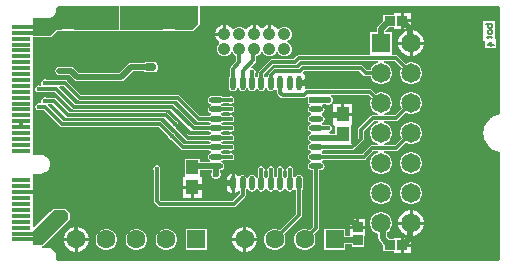
<source format=gbl>
G04*
G04 #@! TF.GenerationSoftware,Altium Limited,Altium Designer,22.11.1 (43)*
G04*
G04 Layer_Physical_Order=4*
G04 Layer_Color=16711680*
%FSLAX44Y44*%
%MOMM*%
G71*
G04*
G04 #@! TF.SameCoordinates,238175EB-3BB2-4886-BFDA-CBBE0BB03E55*
G04*
G04*
G04 #@! TF.FilePolarity,Positive*
G04*
G01*
G75*
%ADD14C,0.1500*%
%ADD15R,1.5000X0.3500*%
%ADD22R,1.1000X1.2500*%
%ADD23R,0.8121X0.9311*%
%ADD32C,0.3000*%
%ADD34C,0.5000*%
%ADD35C,1.0500*%
%ADD36C,1.6000*%
%ADD37R,1.6000X1.6000*%
%ADD38C,1.6500*%
%ADD39R,1.6500X1.6500*%
%ADD40C,0.6000*%
%ADD41C,0.4000*%
G04:AMPARAMS|DCode=49|XSize=0.6mm|YSize=1.05mm|CornerRadius=0.15mm|HoleSize=0mm|Usage=FLASHONLY|Rotation=270.000|XOffset=0mm|YOffset=0mm|HoleType=Round|Shape=RoundedRectangle|*
%AMROUNDEDRECTD49*
21,1,0.6000,0.7500,0,0,270.0*
21,1,0.3000,1.0500,0,0,270.0*
1,1,0.3000,-0.3750,-0.1500*
1,1,0.3000,-0.3750,0.1500*
1,1,0.3000,0.3750,0.1500*
1,1,0.3000,0.3750,-0.1500*
%
%ADD49ROUNDEDRECTD49*%
G04:AMPARAMS|DCode=50|XSize=1.87mm|YSize=1.05mm|CornerRadius=0.2625mm|HoleSize=0mm|Usage=FLASHONLY|Rotation=270.000|XOffset=0mm|YOffset=0mm|HoleType=Round|Shape=RoundedRectangle|*
%AMROUNDEDRECTD50*
21,1,1.8700,0.5250,0,0,270.0*
21,1,1.3450,1.0500,0,0,270.0*
1,1,0.5250,-0.2625,-0.6725*
1,1,0.5250,-0.2625,0.6725*
1,1,0.5250,0.2625,0.6725*
1,1,0.5250,0.2625,-0.6725*
%
%ADD50ROUNDEDRECTD50*%
%ADD51O,0.5000X1.2000*%
%ADD52O,1.2000X0.5000*%
%ADD53R,1.2000X0.5000*%
%ADD54R,0.9311X0.8121*%
G36*
X95000Y237500D02*
X57561D01*
Y237750D01*
X47439D01*
Y237500D01*
X42500D01*
X37500Y232500D01*
X22540D01*
Y247211D01*
X35000D01*
X35099Y247230D01*
X35200Y247221D01*
X36175Y247317D01*
X36462Y247404D01*
X36756Y247462D01*
X38558Y248209D01*
X38558Y248209D01*
X38955Y248474D01*
X39220Y248651D01*
X39220Y248651D01*
X40599Y250030D01*
X40599Y250030D01*
X41041Y250692D01*
X41788Y252494D01*
X41846Y252788D01*
X41933Y253075D01*
X42029Y254050D01*
X42019Y254150D01*
X42039Y254250D01*
Y256337D01*
X43402Y257836D01*
X95000D01*
X95000Y237500D01*
D02*
G37*
G36*
X162500Y242500D02*
X157500Y237500D01*
X142561D01*
Y237750D01*
X132439D01*
Y237500D01*
X96082D01*
X96082Y257836D01*
X162500D01*
Y242500D01*
D02*
G37*
G36*
X417961Y256531D02*
Y165879D01*
X415538Y165397D01*
X415353Y165320D01*
X415156Y165281D01*
X412620Y164231D01*
X412453Y164119D01*
X412267Y164042D01*
X409986Y162518D01*
X409844Y162376D01*
X409677Y162264D01*
X407736Y160323D01*
X407624Y160156D01*
X407482Y160014D01*
X405958Y157732D01*
X405881Y157547D01*
X405769Y157380D01*
X404719Y154844D01*
X404680Y154647D01*
X404603Y154462D01*
X404067Y151770D01*
Y151619D01*
X404031Y151472D01*
X403963Y150100D01*
X403978Y150000D01*
X403963Y149900D01*
X404031Y148528D01*
X404067Y148381D01*
Y148230D01*
X404603Y145538D01*
X404680Y145353D01*
X404719Y145156D01*
X405769Y142620D01*
X405881Y142453D01*
X405957Y142268D01*
X407482Y139986D01*
X407624Y139844D01*
X407736Y139677D01*
X409676Y137736D01*
X409843Y137624D01*
X409985Y137482D01*
X412267Y135957D01*
X412453Y135881D01*
X412620Y135769D01*
X415155Y134719D01*
X415352Y134680D01*
X415538Y134603D01*
X417961Y134121D01*
Y43345D01*
X416655Y42039D01*
X43345D01*
X42039Y43345D01*
Y45750D01*
X42019Y45849D01*
X42029Y45950D01*
X41933Y46925D01*
X41846Y47212D01*
X41788Y47506D01*
X41041Y49308D01*
X40599Y49970D01*
X39220Y51349D01*
X38558Y51791D01*
X36756Y52538D01*
X36462Y52596D01*
X36175Y52683D01*
X35200Y52779D01*
X35099Y52769D01*
X35000Y52789D01*
X30594D01*
X30342Y54059D01*
X30765Y54235D01*
Y54235D01*
X53265Y76735D01*
X53582Y77500D01*
Y82500D01*
X53582Y82500D01*
X53265Y83265D01*
X50765Y85765D01*
X50765Y85765D01*
X50000Y86082D01*
X40000Y86082D01*
X40000Y86082D01*
X39235Y85765D01*
X36735Y83265D01*
X36735Y83265D01*
X23713Y70244D01*
X22540Y70730D01*
Y95710D01*
Y104290D01*
Y115711D01*
X29000D01*
X29099Y115731D01*
X29200Y115721D01*
X30370Y115836D01*
X30657Y115923D01*
X30951Y115981D01*
X33114Y116877D01*
X33775Y117319D01*
X35431Y118975D01*
X35873Y119636D01*
X36769Y121799D01*
X36827Y122093D01*
X36914Y122380D01*
X37029Y123550D01*
X37010Y123750D01*
X37029Y123950D01*
X36914Y125120D01*
X36827Y125407D01*
X36769Y125701D01*
X35873Y127864D01*
X35431Y128525D01*
X33775Y130181D01*
X33775Y130181D01*
X33114Y130623D01*
X30951Y131519D01*
X30657Y131577D01*
X30370Y131664D01*
X29200Y131779D01*
X29099Y131770D01*
X29000Y131789D01*
X22540D01*
Y200000D01*
Y231418D01*
X37500D01*
X37500Y231418D01*
X38265Y231735D01*
X42948Y236418D01*
X45899D01*
Y235899D01*
X46418Y236418D01*
X47439D01*
X48043Y236668D01*
X56957D01*
X57561Y236418D01*
X95000D01*
X95541Y236642D01*
X96082Y236418D01*
X132439D01*
X133043Y236668D01*
X141957D01*
X142561Y236418D01*
X157500D01*
X157500Y236418D01*
X158265Y236735D01*
X163265Y241735D01*
X163582Y242500D01*
Y257836D01*
X416655D01*
X417961Y256531D01*
D02*
G37*
G36*
X50000Y85000D02*
X52500Y82500D01*
Y77500D01*
X30000Y55000D01*
X22540D01*
Y55710D01*
Y60710D01*
Y67540D01*
X37500Y82500D01*
X40000Y85000D01*
X50000Y85000D01*
D02*
G37*
%LPC*%
G36*
X342601Y251601D02*
X336675D01*
Y246270D01*
X342601D01*
Y251601D01*
D02*
G37*
G36*
Y243730D02*
X336675D01*
Y238399D01*
X342601D01*
Y243730D01*
D02*
G37*
G36*
X183330Y241574D02*
X181593Y241109D01*
X179817Y240084D01*
X178367Y238633D01*
X177341Y236857D01*
X176875Y235120D01*
X183330D01*
Y241574D01*
D02*
G37*
G36*
X344120Y236990D02*
X343970D01*
Y227470D01*
X353490D01*
Y227621D01*
X352755Y230365D01*
X351334Y232825D01*
X349325Y234834D01*
X346865Y236255D01*
X344120Y236990D01*
D02*
G37*
G36*
X341430D02*
X341279D01*
X338535Y236255D01*
X336075Y234834D01*
X334066Y232825D01*
X332645Y230365D01*
X331910Y227621D01*
Y227470D01*
X341430D01*
Y236990D01*
D02*
G37*
G36*
X414000Y245000D02*
X404002D01*
Y228337D01*
X405002D01*
Y221668D01*
X415000D01*
Y230000D01*
X414000D01*
Y245000D01*
D02*
G37*
G36*
X353490Y224930D02*
X343970D01*
Y215410D01*
X344120D01*
X346865Y216145D01*
X349325Y217566D01*
X351334Y219575D01*
X352755Y222035D01*
X353490Y224779D01*
Y224930D01*
D02*
G37*
G36*
X341430D02*
X331910D01*
Y224779D01*
X332645Y222035D01*
X334066Y219575D01*
X336075Y217566D01*
X338535Y216145D01*
X341279Y215410D01*
X341430D01*
Y224930D01*
D02*
G37*
G36*
X334135Y251601D02*
X328210D01*
Y250061D01*
X318939D01*
Y244986D01*
X314777Y240823D01*
X314003Y239666D01*
X313731Y238300D01*
Y235450D01*
X308050D01*
Y217319D01*
X308050Y216950D01*
X307159Y216049D01*
X247531D01*
X246556Y215855D01*
X245729Y215302D01*
X242976Y212549D01*
X225000D01*
X224025Y212355D01*
X223198Y211802D01*
X214198Y202802D01*
X213645Y201975D01*
X213451Y201000D01*
Y198485D01*
X212703Y197366D01*
X212647Y197086D01*
X211353D01*
X211297Y197366D01*
X210549Y198485D01*
Y200314D01*
X211000Y201403D01*
Y202597D01*
X210543Y203699D01*
X209699Y204543D01*
X208597Y205000D01*
X207901D01*
X207355Y206250D01*
X211044Y209939D01*
X211596Y210766D01*
X211790Y211741D01*
Y215127D01*
X213540Y215851D01*
X215299Y217610D01*
X215663Y218489D01*
X217037D01*
X217402Y217610D01*
X219160Y215851D01*
X221457Y214900D01*
X223943D01*
X226240Y215851D01*
X227999Y217610D01*
X228363Y218489D01*
X229737D01*
X230102Y217610D01*
X231860Y215851D01*
X234157Y214900D01*
X236643D01*
X238940Y215851D01*
X240699Y217610D01*
X241650Y219907D01*
Y222393D01*
X240699Y224690D01*
X238940Y226448D01*
X238061Y226813D01*
Y228187D01*
X238940Y228552D01*
X240699Y230310D01*
X241650Y232607D01*
Y235093D01*
X240699Y237390D01*
X238940Y239149D01*
X236643Y240100D01*
X234157D01*
X231860Y239149D01*
X230746Y238034D01*
X229174Y238217D01*
X228934Y238633D01*
X227483Y240084D01*
X225707Y241109D01*
X223970Y241574D01*
Y233850D01*
X221430D01*
Y241574D01*
X219693Y241109D01*
X217917Y240084D01*
X217202Y239369D01*
X216350Y238722D01*
X215498Y239369D01*
X214783Y240084D01*
X213007Y241109D01*
X211270Y241574D01*
Y233850D01*
X208730D01*
Y241574D01*
X206993Y241109D01*
X205217Y240084D01*
X203766Y238633D01*
X203526Y238217D01*
X201954Y238034D01*
X200840Y239149D01*
X198543Y240100D01*
X196057D01*
X193760Y239149D01*
X192646Y238034D01*
X191074Y238217D01*
X190834Y238633D01*
X189383Y240084D01*
X187607Y241109D01*
X185870Y241574D01*
Y233850D01*
X184600D01*
Y232580D01*
X176875D01*
X177341Y230843D01*
X178367Y229067D01*
X179817Y227617D01*
X180233Y227376D01*
X180415Y225804D01*
X179301Y224690D01*
X178350Y222393D01*
Y219907D01*
X179301Y217610D01*
X181060Y215851D01*
X183357Y214900D01*
X185843D01*
X188140Y215851D01*
X189898Y217610D01*
X190263Y218489D01*
X191637D01*
X192001Y217610D01*
X193760Y215851D01*
X194751Y215441D01*
Y210856D01*
X190198Y206302D01*
X189645Y205475D01*
X189451Y204500D01*
Y198485D01*
X188703Y197366D01*
X188431Y196000D01*
Y189000D01*
X188703Y187634D01*
X189477Y186477D01*
X190634Y185703D01*
X192000Y185431D01*
X193366Y185703D01*
X194523Y186477D01*
X195297Y187634D01*
X195352Y187914D01*
X196647D01*
X196703Y187634D01*
X197477Y186477D01*
X198634Y185703D01*
X200000Y185431D01*
X201366Y185703D01*
X202523Y186477D01*
X203297Y187634D01*
X203353Y187914D01*
X204647D01*
X204703Y187634D01*
X205477Y186477D01*
X206634Y185703D01*
X208000Y185431D01*
X209366Y185703D01*
X210523Y186477D01*
X211297Y187634D01*
X211353Y187914D01*
X212647D01*
X212703Y187634D01*
X213477Y186477D01*
X214634Y185703D01*
X216000Y185431D01*
X217366Y185703D01*
X218523Y186477D01*
X219297Y187634D01*
X219352Y187914D01*
X220647D01*
X220703Y187634D01*
X221477Y186477D01*
X222634Y185703D01*
X224000Y185431D01*
X225366Y185703D01*
X226523Y186477D01*
X227297Y187634D01*
X227353Y187914D01*
X228647D01*
X228703Y187634D01*
X229477Y186477D01*
X229590Y186401D01*
Y184257D01*
X229784Y183282D01*
X230337Y182455D01*
X232094Y180698D01*
X232921Y180145D01*
X233897Y179951D01*
X251800D01*
X252775Y180145D01*
X253603Y180698D01*
X254230Y181325D01*
X255500Y180799D01*
Y174500D01*
X256748D01*
X256885Y174297D01*
X256550Y172572D01*
X256477Y172523D01*
X255703Y171366D01*
X255431Y170000D01*
X255703Y168634D01*
X256477Y167477D01*
X257634Y166703D01*
X257914Y166647D01*
Y165353D01*
X257634Y165297D01*
X256477Y164523D01*
X255703Y163366D01*
X255431Y162000D01*
X255703Y160634D01*
X256477Y159477D01*
X257634Y158703D01*
X257914Y158647D01*
Y157353D01*
X257634Y157297D01*
X256477Y156523D01*
X255703Y155366D01*
X255431Y154000D01*
X255703Y152634D01*
X256477Y151477D01*
X257634Y150703D01*
X257914Y150647D01*
Y149353D01*
X257634Y149297D01*
X256477Y148523D01*
X255703Y147366D01*
X255431Y146000D01*
X255703Y144634D01*
X256477Y143477D01*
X257634Y142703D01*
X257914Y142647D01*
Y141353D01*
X257634Y141297D01*
X256477Y140523D01*
X255703Y139366D01*
X255431Y138000D01*
X255703Y136634D01*
X256477Y135477D01*
X257634Y134703D01*
X257914Y134647D01*
Y133353D01*
X257634Y133297D01*
X256477Y132523D01*
X255703Y131366D01*
X255431Y130000D01*
X255703Y128634D01*
X256477Y127477D01*
X257634Y126703D01*
X257914Y126647D01*
Y125353D01*
X257634Y125297D01*
X256477Y124523D01*
X255703Y123366D01*
X255431Y122000D01*
X255703Y120634D01*
X256477Y119477D01*
X257634Y118703D01*
X259000Y118431D01*
X259951D01*
Y70856D01*
X257003Y67908D01*
X256174Y68387D01*
X253885Y69000D01*
X251515D01*
X249226Y68387D01*
X247174Y67202D01*
X245498Y65526D01*
X244313Y63474D01*
X243700Y61185D01*
Y58815D01*
X244313Y56526D01*
X245498Y54474D01*
X247174Y52798D01*
X249226Y51613D01*
X251515Y51000D01*
X253885D01*
X256174Y51613D01*
X258226Y52798D01*
X259902Y54474D01*
X261087Y56526D01*
X261700Y58815D01*
Y61185D01*
X261087Y63474D01*
X260608Y64303D01*
X264302Y67998D01*
X264855Y68825D01*
X265049Y69800D01*
Y118431D01*
X266000D01*
X267366Y118703D01*
X268523Y119477D01*
X269297Y120634D01*
X269569Y122000D01*
X269297Y123366D01*
X268523Y124523D01*
X267366Y125297D01*
X267086Y125353D01*
Y126647D01*
X267366Y126703D01*
X268485Y127451D01*
X302500D01*
X303475Y127645D01*
X304302Y128198D01*
X310856Y134751D01*
X314538D01*
X314705Y133481D01*
X313730Y133220D01*
X311620Y132002D01*
X309898Y130280D01*
X308680Y128170D01*
X308050Y125818D01*
Y123382D01*
X308680Y121030D01*
X309898Y118920D01*
X311620Y117198D01*
X313730Y115980D01*
X316082Y115350D01*
X318518D01*
X320870Y115980D01*
X322980Y117198D01*
X324702Y118920D01*
X325920Y121030D01*
X326550Y123382D01*
Y125818D01*
X325920Y128170D01*
X324702Y130280D01*
X322980Y132002D01*
X320870Y133220D01*
X319895Y133481D01*
X320062Y134751D01*
X330000D01*
X330975Y134945D01*
X331802Y135498D01*
X338214Y141909D01*
X339130Y141380D01*
X341482Y140750D01*
X343918D01*
X346270Y141380D01*
X348380Y142598D01*
X350102Y144320D01*
X351320Y146430D01*
X351950Y148782D01*
Y151218D01*
X351320Y153570D01*
X350102Y155680D01*
X348380Y157402D01*
X346270Y158620D01*
X343918Y159250D01*
X341482D01*
X339130Y158620D01*
X337020Y157402D01*
X335298Y155680D01*
X334080Y153570D01*
X333450Y151218D01*
Y148782D01*
X334080Y146430D01*
X334609Y145514D01*
X328944Y139849D01*
X320062D01*
X319895Y141119D01*
X320870Y141380D01*
X322980Y142598D01*
X324702Y144320D01*
X325920Y146430D01*
X326550Y148782D01*
Y151218D01*
X325920Y153570D01*
X324702Y155680D01*
X322980Y157402D01*
X320870Y158620D01*
X319895Y158881D01*
X320062Y160151D01*
X330000D01*
X330975Y160345D01*
X331802Y160898D01*
X338214Y167309D01*
X339130Y166780D01*
X341482Y166150D01*
X343918D01*
X346270Y166780D01*
X348380Y167998D01*
X350102Y169720D01*
X351320Y171830D01*
X351950Y174182D01*
Y176618D01*
X351320Y178970D01*
X350102Y181080D01*
X348380Y182802D01*
X346270Y184020D01*
X343918Y184650D01*
X341482D01*
X339130Y184020D01*
X337020Y182802D01*
X335298Y181080D01*
X334080Y178970D01*
X333450Y176618D01*
Y174182D01*
X334080Y171830D01*
X334609Y170914D01*
X328944Y165249D01*
X320062D01*
X319895Y166519D01*
X320870Y166780D01*
X322980Y167998D01*
X324702Y169720D01*
X325920Y171830D01*
X326550Y174182D01*
Y176618D01*
X325920Y178970D01*
X324702Y181080D01*
X322980Y182802D01*
X320870Y184020D01*
X318518Y184650D01*
X316082D01*
X313730Y184020D01*
X312814Y183491D01*
X309502Y186802D01*
X308675Y187355D01*
X307700Y187549D01*
X254300D01*
X254139Y187517D01*
X253057Y188587D01*
X253139Y189000D01*
Y191230D01*
X248000D01*
Y193770D01*
X253139D01*
Y196000D01*
X252748Y197966D01*
X251634Y199634D01*
X251181Y199936D01*
X251020Y201571D01*
X251900Y202451D01*
X298944D01*
X302398Y198998D01*
X303225Y198445D01*
X304200Y198251D01*
X308407D01*
X308680Y197230D01*
X309898Y195120D01*
X311620Y193398D01*
X313730Y192180D01*
X316082Y191550D01*
X318518D01*
X320870Y192180D01*
X322980Y193398D01*
X324702Y195120D01*
X325920Y197230D01*
X326550Y199582D01*
Y202018D01*
X325920Y204370D01*
X324702Y206480D01*
X322980Y208202D01*
X320870Y209420D01*
X319895Y209681D01*
X320062Y210951D01*
X328944D01*
X334609Y205286D01*
X334080Y204370D01*
X333450Y202018D01*
Y199582D01*
X334080Y197230D01*
X335298Y195120D01*
X337020Y193398D01*
X339130Y192180D01*
X341482Y191550D01*
X343918D01*
X346270Y192180D01*
X348380Y193398D01*
X350102Y195120D01*
X351320Y197230D01*
X351950Y199582D01*
Y202018D01*
X351320Y204370D01*
X350102Y206480D01*
X348380Y208202D01*
X346270Y209420D01*
X343918Y210050D01*
X341482D01*
X339130Y209420D01*
X338214Y208891D01*
X331802Y215302D01*
X330975Y215855D01*
X330000Y216049D01*
X327441D01*
X326550Y216950D01*
X326550Y217319D01*
Y235450D01*
X320869D01*
Y236822D01*
X323986Y239939D01*
X328210D01*
Y238399D01*
X334135D01*
Y245000D01*
Y251601D01*
D02*
G37*
G36*
X125500Y209999D02*
X118000D01*
X117025Y209805D01*
X116596Y209519D01*
X105950D01*
X104584Y209247D01*
X103427Y208473D01*
X96022Y201069D01*
X61478D01*
X59332Y203215D01*
X57523Y205023D01*
X56366Y205797D01*
X55000Y206069D01*
X45000D01*
X43634Y205797D01*
X42477Y205023D01*
X41703Y203866D01*
X41431Y202500D01*
X41676Y201270D01*
D01*
X41703Y201134D01*
X42477Y199977D01*
X43634Y199203D01*
X45000Y198931D01*
X53522D01*
X57477Y194977D01*
X58634Y194203D01*
X60000Y193931D01*
X97500D01*
X98866Y194203D01*
X100023Y194977D01*
X107428Y202381D01*
X116596D01*
X117025Y202095D01*
X118000Y201901D01*
X125500D01*
X126475Y202095D01*
X127302Y202648D01*
X127855Y203475D01*
X128049Y204450D01*
Y207450D01*
X127855Y208425D01*
X127302Y209252D01*
X126475Y209805D01*
X125500Y209999D01*
D02*
G37*
G36*
X33097Y195500D02*
X31903D01*
X30801Y195043D01*
X29957Y194199D01*
X29500Y193097D01*
Y191903D01*
X29742Y191319D01*
X29435Y190617D01*
X28953Y190145D01*
X28097Y190500D01*
X26903D01*
X25801Y190043D01*
X24957Y189199D01*
X24500Y188097D01*
Y186903D01*
X24957Y185801D01*
X25801Y184957D01*
X26903Y184500D01*
X28097D01*
X29186Y184951D01*
X41444D01*
X55698Y170698D01*
X56525Y170145D01*
X57500Y169951D01*
X138944D01*
X156698Y152198D01*
X157525Y151645D01*
X158500Y151451D01*
X171515D01*
X172634Y150703D01*
X172914Y150647D01*
Y149353D01*
X172634Y149297D01*
X171515Y148549D01*
X155056D01*
X145494Y158110D01*
X145043Y159199D01*
X144199Y160043D01*
X143111Y160494D01*
X136802Y166802D01*
X135976Y167355D01*
X135000Y167549D01*
X53556D01*
X41802Y179302D01*
X40975Y179855D01*
X40000Y180049D01*
X34186D01*
X33097Y180500D01*
X31903D01*
X30801Y180043D01*
X29957Y179199D01*
X29500Y178097D01*
Y176903D01*
X29764Y176266D01*
X29679Y176061D01*
X28333Y175371D01*
X28149Y175447D01*
X26956D01*
X25853Y174991D01*
X25009Y174147D01*
X24553Y173044D01*
Y171851D01*
X25009Y170748D01*
X25853Y169904D01*
X26956Y169447D01*
X28149D01*
X29238Y169898D01*
X31497D01*
X45698Y155698D01*
X46525Y155145D01*
X47500Y154951D01*
X128944D01*
X137006Y146890D01*
X137457Y145801D01*
X138301Y144957D01*
X139389Y144506D01*
X147698Y136198D01*
X148525Y135645D01*
X149500Y135451D01*
X171515D01*
X172634Y134703D01*
X172914Y134647D01*
Y133353D01*
X172634Y133297D01*
X171477Y132523D01*
X170703Y131366D01*
X170431Y130000D01*
X170703Y128634D01*
X171477Y127477D01*
X172432Y126839D01*
X172355Y125938D01*
X172220Y125569D01*
X164000D01*
Y128250D01*
X151000D01*
Y114060D01*
X151000Y113750D01*
X150252Y112790D01*
X149460D01*
Y105270D01*
X165540D01*
Y112790D01*
X164748D01*
X164000Y113750D01*
X164000Y114060D01*
Y118431D01*
X173931D01*
Y116837D01*
X173500Y115796D01*
Y114204D01*
X174109Y112734D01*
X175234Y111609D01*
X176704Y111000D01*
X178296D01*
X179766Y111609D01*
X180891Y112734D01*
X181500Y114204D01*
Y115796D01*
X181068Y116837D01*
Y118445D01*
X182366Y118703D01*
X183523Y119477D01*
X184297Y120634D01*
X184569Y122000D01*
X184297Y123366D01*
X183523Y124523D01*
X182366Y125297D01*
X182086Y125353D01*
Y126647D01*
X182366Y126703D01*
X183485Y127451D01*
X188314D01*
X189403Y127000D01*
X190597D01*
X191699Y127457D01*
X192543Y128301D01*
X193000Y129403D01*
Y130597D01*
X192543Y131699D01*
X191699Y132543D01*
X190597Y133000D01*
X189403D01*
X188314Y132549D01*
X183485D01*
X182366Y133297D01*
X182086Y133353D01*
Y134647D01*
X182366Y134703D01*
X183485Y135451D01*
X188314D01*
X189403Y135000D01*
X190597D01*
X191699Y135457D01*
X192543Y136301D01*
X193000Y137403D01*
Y138597D01*
X192543Y139699D01*
X191699Y140543D01*
X190597Y141000D01*
X189403D01*
X188314Y140549D01*
X183485D01*
X182366Y141297D01*
X182086Y141353D01*
Y142647D01*
X182366Y142703D01*
X183485Y143451D01*
X188314D01*
X189403Y143000D01*
X190597D01*
X191699Y143457D01*
X192543Y144301D01*
X193000Y145403D01*
Y146597D01*
X192543Y147699D01*
X191699Y148543D01*
X190597Y149000D01*
X189403D01*
X188314Y148549D01*
X183485D01*
X182366Y149297D01*
X182086Y149353D01*
Y150647D01*
X182366Y150703D01*
X183485Y151451D01*
X188314D01*
X189403Y151000D01*
X190597D01*
X191699Y151457D01*
X192543Y152301D01*
X193000Y153403D01*
Y154597D01*
X192543Y155699D01*
X191699Y156543D01*
X190597Y157000D01*
X189403D01*
X188314Y156549D01*
X183485D01*
X182366Y157297D01*
X182086Y157353D01*
Y158647D01*
X182366Y158703D01*
X183485Y159451D01*
X188314D01*
X189403Y159000D01*
X190597D01*
X191699Y159457D01*
X192543Y160301D01*
X193000Y161403D01*
Y162597D01*
X192543Y163699D01*
X191699Y164543D01*
X190597Y165000D01*
X189403D01*
X188314Y164549D01*
X183485D01*
X182366Y165297D01*
X182086Y165353D01*
Y166647D01*
X182366Y166703D01*
X183485Y167451D01*
X188314D01*
X189403Y167000D01*
X190597D01*
X191699Y167457D01*
X192543Y168301D01*
X193000Y169403D01*
Y170597D01*
X192543Y171699D01*
X191699Y172543D01*
X190597Y173000D01*
X189403D01*
X188314Y172549D01*
X183485D01*
X182366Y173297D01*
X182086Y173353D01*
Y174647D01*
X182366Y174703D01*
X183485Y175451D01*
X188314D01*
X189403Y175000D01*
X190597D01*
X191699Y175457D01*
X192543Y176301D01*
X193000Y177403D01*
Y178597D01*
X192543Y179699D01*
X191699Y180543D01*
X190597Y181000D01*
X189403D01*
X188314Y180549D01*
X183485D01*
X182366Y181297D01*
X181000Y181569D01*
X174000D01*
X172634Y181297D01*
X171477Y180523D01*
X170703Y179366D01*
X170431Y178000D01*
X170703Y176634D01*
X171477Y175477D01*
X172634Y174703D01*
X172914Y174647D01*
Y173353D01*
X172634Y173297D01*
X171477Y172523D01*
X170703Y171366D01*
X170431Y170000D01*
X170703Y168634D01*
X171477Y167477D01*
X172634Y166703D01*
X172914Y166647D01*
Y165353D01*
X172634Y165297D01*
X171515Y164549D01*
X164056D01*
X146802Y181802D01*
X145976Y182355D01*
X145000Y182549D01*
X63556D01*
X51802Y194302D01*
X50975Y194855D01*
X50000Y195049D01*
X34186D01*
X33097Y195500D01*
D02*
G37*
G36*
X343918Y133850D02*
X341482D01*
X339130Y133220D01*
X337020Y132002D01*
X335298Y130280D01*
X334080Y128170D01*
X333450Y125818D01*
Y123382D01*
X334080Y121030D01*
X335298Y118920D01*
X337020Y117198D01*
X339130Y115980D01*
X341482Y115350D01*
X343918D01*
X346270Y115980D01*
X348380Y117198D01*
X350102Y118920D01*
X351320Y121030D01*
X351950Y123382D01*
Y125818D01*
X351320Y128170D01*
X350102Y130280D01*
X348380Y132002D01*
X346270Y133220D01*
X343918Y133850D01*
D02*
G37*
G36*
X190730Y115886D02*
X190033Y115747D01*
X188366Y114634D01*
X187252Y112966D01*
X186861Y111000D01*
Y108770D01*
X190730D01*
Y115886D01*
D02*
G37*
G36*
Y106230D02*
X186861D01*
Y104000D01*
X187252Y102034D01*
X188366Y100366D01*
X190033Y99252D01*
X190730Y99114D01*
Y106230D01*
D02*
G37*
G36*
X165540Y102730D02*
X158770D01*
Y95210D01*
X165540D01*
Y102730D01*
D02*
G37*
G36*
X156230D02*
X149460D01*
Y95210D01*
X156230D01*
Y102730D01*
D02*
G37*
G36*
X343918Y108450D02*
X341482D01*
X339130Y107820D01*
X337020Y106602D01*
X335298Y104880D01*
X334080Y102770D01*
X333450Y100418D01*
Y97982D01*
X334080Y95630D01*
X335298Y93520D01*
X337020Y91798D01*
X339130Y90580D01*
X341482Y89950D01*
X343918D01*
X346270Y90580D01*
X348380Y91798D01*
X350102Y93520D01*
X351320Y95630D01*
X351950Y97982D01*
Y100418D01*
X351320Y102770D01*
X350102Y104880D01*
X348380Y106602D01*
X346270Y107820D01*
X343918Y108450D01*
D02*
G37*
G36*
X318518D02*
X316082D01*
X313730Y107820D01*
X311620Y106602D01*
X309898Y104880D01*
X308680Y102770D01*
X308050Y100418D01*
Y97982D01*
X308680Y95630D01*
X309898Y93520D01*
X311620Y91798D01*
X313730Y90580D01*
X316082Y89950D01*
X318518D01*
X320870Y90580D01*
X322980Y91798D01*
X324702Y93520D01*
X325920Y95630D01*
X326550Y97982D01*
Y100418D01*
X325920Y102770D01*
X324702Y104880D01*
X322980Y106602D01*
X320870Y107820D01*
X318518Y108450D01*
D02*
G37*
G36*
X344120Y84590D02*
X343970D01*
Y75070D01*
X353490D01*
Y75220D01*
X352755Y77965D01*
X351334Y80425D01*
X349325Y82434D01*
X346865Y83855D01*
X344120Y84590D01*
D02*
G37*
G36*
X341430D02*
X341279D01*
X338535Y83855D01*
X336075Y82434D01*
X334066Y80425D01*
X332645Y77965D01*
X331910Y75220D01*
Y75070D01*
X341430D01*
Y84590D01*
D02*
G37*
G36*
X304101Y77601D02*
X298770D01*
Y71675D01*
X304101D01*
Y77601D01*
D02*
G37*
G36*
X296230D02*
X290899D01*
Y71675D01*
X296230D01*
Y77601D01*
D02*
G37*
G36*
X128097Y123000D02*
X126903D01*
X125801Y122543D01*
X124957Y121699D01*
X124500Y120597D01*
Y119403D01*
X124951Y118314D01*
Y92500D01*
X125145Y91524D01*
X125698Y90698D01*
X128198Y88198D01*
X129024Y87645D01*
X130000Y87451D01*
X192500D01*
X193475Y87645D01*
X194302Y88198D01*
X201802Y95698D01*
X202355Y96524D01*
X202549Y97500D01*
Y101515D01*
X203297Y102634D01*
X203353Y102914D01*
X204647D01*
X204703Y102634D01*
X205477Y101477D01*
X206634Y100703D01*
X208000Y100431D01*
X209366Y100703D01*
X210523Y101477D01*
X211297Y102634D01*
X211353Y102914D01*
X212647D01*
X212703Y102634D01*
X213477Y101477D01*
X214634Y100703D01*
X216000Y100431D01*
X217366Y100703D01*
X218523Y101477D01*
X219297Y102634D01*
X219352Y102914D01*
X220647D01*
X220703Y102634D01*
X221477Y101477D01*
X222634Y100703D01*
X224000Y100431D01*
X225366Y100703D01*
X226523Y101477D01*
X227297Y102634D01*
X227353Y102914D01*
X228647D01*
X228703Y102634D01*
X229477Y101477D01*
X230634Y100703D01*
X232000Y100431D01*
X233366Y100703D01*
X234523Y101477D01*
X235297Y102634D01*
X235352Y102914D01*
X236647D01*
X236703Y102634D01*
X237477Y101477D01*
X238634Y100703D01*
X240000Y100431D01*
X241366Y100703D01*
X242523Y101477D01*
X243297Y102634D01*
X243353Y102914D01*
X244647D01*
X244703Y102634D01*
X245451Y101515D01*
Y81756D01*
X231603Y67908D01*
X230774Y68387D01*
X228485Y69000D01*
X226115D01*
X223826Y68387D01*
X221774Y67202D01*
X220098Y65526D01*
X218913Y63474D01*
X218300Y61185D01*
Y58815D01*
X218913Y56526D01*
X220098Y54474D01*
X221774Y52798D01*
X223826Y51613D01*
X226115Y51000D01*
X228485D01*
X230774Y51613D01*
X232826Y52798D01*
X234502Y54474D01*
X235687Y56526D01*
X236300Y58815D01*
Y61185D01*
X235687Y63474D01*
X235208Y64303D01*
X249802Y78898D01*
X250355Y79725D01*
X250549Y80700D01*
Y101515D01*
X251297Y102634D01*
X251569Y104000D01*
Y111000D01*
X251297Y112366D01*
X250523Y113523D01*
X249366Y114297D01*
X248000Y114569D01*
X246634Y114297D01*
X245477Y113523D01*
X244703Y112366D01*
X244647Y112086D01*
X243353D01*
X243297Y112366D01*
X242549Y113485D01*
Y117314D01*
X243000Y118403D01*
Y119597D01*
X242543Y120699D01*
X241699Y121543D01*
X240597Y122000D01*
X239403D01*
X238301Y121543D01*
X237457Y120699D01*
X237000Y119597D01*
Y118403D01*
X237451Y117314D01*
Y113485D01*
X236703Y112366D01*
X236647Y112086D01*
X235352D01*
X235297Y112366D01*
X234549Y113485D01*
Y117314D01*
X235000Y118403D01*
Y119597D01*
X234543Y120699D01*
X233699Y121543D01*
X232597Y122000D01*
X231403D01*
X230301Y121543D01*
X229457Y120699D01*
X229000Y119597D01*
Y118403D01*
X229451Y117314D01*
Y113485D01*
X228703Y112366D01*
X228647Y112086D01*
X227353D01*
X227297Y112366D01*
X226549Y113485D01*
Y117314D01*
X227000Y118403D01*
Y119597D01*
X226543Y120699D01*
X225699Y121543D01*
X224597Y122000D01*
X223403D01*
X222301Y121543D01*
X221457Y120699D01*
X221000Y119597D01*
Y118403D01*
X221451Y117314D01*
Y113485D01*
X220703Y112366D01*
X220647Y112086D01*
X219352D01*
X219297Y112366D01*
X218549Y113485D01*
Y117314D01*
X219000Y118403D01*
Y119597D01*
X218543Y120699D01*
X217699Y121543D01*
X216597Y122000D01*
X215403D01*
X214301Y121543D01*
X213457Y120699D01*
X213000Y119597D01*
Y118403D01*
X213451Y117314D01*
Y113485D01*
X212703Y112366D01*
X212647Y112086D01*
X211353D01*
X211297Y112366D01*
X210523Y113523D01*
X209366Y114297D01*
X208000Y114569D01*
X206634Y114297D01*
X205477Y113523D01*
X204703Y112366D01*
X204647Y112086D01*
X203353D01*
X203297Y112366D01*
X202523Y113523D01*
X201366Y114297D01*
X200000Y114569D01*
X198634Y114297D01*
X197477Y113523D01*
X196162Y113842D01*
X195634Y114634D01*
X193967Y115747D01*
X193270Y115886D01*
Y107500D01*
Y99114D01*
X193967Y99252D01*
X195634Y100366D01*
X196162Y101158D01*
X196220Y101174D01*
X197451Y100800D01*
Y98556D01*
X191444Y92549D01*
X131056D01*
X130049Y93556D01*
Y118314D01*
X130500Y119403D01*
Y120597D01*
X130043Y121699D01*
X129199Y122543D01*
X128097Y123000D01*
D02*
G37*
G36*
X304101Y69135D02*
X297500D01*
X290899D01*
Y63210D01*
X289649Y63163D01*
X287100D01*
Y69000D01*
X269100D01*
Y51000D01*
X287100D01*
Y56026D01*
X292439D01*
Y53939D01*
X302561D01*
Y63210D01*
X304101D01*
Y69135D01*
D02*
G37*
G36*
X353490Y72530D02*
X343970D01*
Y63010D01*
X344120D01*
X346865Y63745D01*
X349325Y65166D01*
X351334Y67175D01*
X352755Y69635D01*
X353490Y72379D01*
Y72530D01*
D02*
G37*
G36*
X341430D02*
X331910D01*
Y72379D01*
X332645Y69635D01*
X334066Y67175D01*
X336075Y65166D01*
X338535Y63745D01*
X341279Y63010D01*
X341430D01*
Y72530D01*
D02*
G37*
G36*
X60588Y70540D02*
X60470D01*
Y61270D01*
X69740D01*
Y61388D01*
X69022Y64068D01*
X67634Y66472D01*
X65672Y68434D01*
X63268Y69822D01*
X60588Y70540D01*
D02*
G37*
G36*
X203288D02*
X203170D01*
Y61270D01*
X212440D01*
Y61388D01*
X211722Y64068D01*
X210334Y66472D01*
X208372Y68434D01*
X205968Y69822D01*
X203288Y70540D01*
D02*
G37*
G36*
X57930D02*
X57812D01*
X55132Y69822D01*
X52728Y68434D01*
X50766Y66472D01*
X49378Y64068D01*
X48660Y61388D01*
Y61270D01*
X57930D01*
Y70540D01*
D02*
G37*
G36*
X200630D02*
X200512D01*
X197832Y69822D01*
X195428Y68434D01*
X193466Y66472D01*
X192078Y64068D01*
X191360Y61388D01*
Y61270D01*
X200630D01*
Y70540D01*
D02*
G37*
G36*
X342601Y61601D02*
X336675D01*
Y56270D01*
X342601D01*
Y61601D01*
D02*
G37*
G36*
X169800Y69000D02*
X151800D01*
Y51000D01*
X169800D01*
Y69000D01*
D02*
G37*
G36*
X136585D02*
X134215D01*
X131926Y68387D01*
X129874Y67202D01*
X128198Y65526D01*
X127013Y63474D01*
X126400Y61185D01*
Y58815D01*
X127013Y56526D01*
X128198Y54474D01*
X129874Y52798D01*
X131926Y51613D01*
X134215Y51000D01*
X136585D01*
X138874Y51613D01*
X140926Y52798D01*
X142602Y54474D01*
X143787Y56526D01*
X144400Y58815D01*
Y61185D01*
X143787Y63474D01*
X142602Y65526D01*
X140926Y67202D01*
X138874Y68387D01*
X136585Y69000D01*
D02*
G37*
G36*
X111185D02*
X108815D01*
X106526Y68387D01*
X104474Y67202D01*
X102798Y65526D01*
X101613Y63474D01*
X101000Y61185D01*
Y58815D01*
X101613Y56526D01*
X102798Y54474D01*
X104474Y52798D01*
X106526Y51613D01*
X108815Y51000D01*
X111185D01*
X113474Y51613D01*
X115526Y52798D01*
X117202Y54474D01*
X118387Y56526D01*
X119000Y58815D01*
Y61185D01*
X118387Y63474D01*
X117202Y65526D01*
X115526Y67202D01*
X113474Y68387D01*
X111185Y69000D01*
D02*
G37*
G36*
X85785D02*
X83415D01*
X81126Y68387D01*
X79074Y67202D01*
X77398Y65526D01*
X76213Y63474D01*
X75600Y61185D01*
Y58815D01*
X76213Y56526D01*
X77398Y54474D01*
X79074Y52798D01*
X81126Y51613D01*
X83415Y51000D01*
X85785D01*
X88074Y51613D01*
X90126Y52798D01*
X91802Y54474D01*
X92987Y56526D01*
X93600Y58815D01*
Y61185D01*
X92987Y63474D01*
X91802Y65526D01*
X90126Y67202D01*
X88074Y68387D01*
X85785Y69000D01*
D02*
G37*
G36*
X212440Y58730D02*
X203170D01*
Y49460D01*
X203288D01*
X205968Y50178D01*
X208372Y51566D01*
X210334Y53528D01*
X211722Y55932D01*
X212440Y58612D01*
Y58730D01*
D02*
G37*
G36*
X200630D02*
X191360D01*
Y58612D01*
X192078Y55932D01*
X193466Y53528D01*
X195428Y51566D01*
X197832Y50178D01*
X200512Y49460D01*
X200630D01*
Y58730D01*
D02*
G37*
G36*
X69740D02*
X60470D01*
Y49460D01*
X60588D01*
X63268Y50178D01*
X65672Y51566D01*
X67634Y53528D01*
X69022Y55932D01*
X69740Y58612D01*
Y58730D01*
D02*
G37*
G36*
X57930D02*
X48660D01*
Y58612D01*
X49378Y55932D01*
X50766Y53528D01*
X52728Y51566D01*
X55132Y50178D01*
X57812Y49460D01*
X57930D01*
Y58730D01*
D02*
G37*
G36*
X342601Y53730D02*
X336675D01*
Y48399D01*
X342601D01*
Y53730D01*
D02*
G37*
G36*
X318518Y83050D02*
X316082D01*
X313730Y82420D01*
X311620Y81202D01*
X309898Y79480D01*
X308680Y77370D01*
X308050Y75018D01*
Y72582D01*
X308680Y70230D01*
X309898Y68120D01*
X311620Y66398D01*
X313730Y65180D01*
X314976Y64846D01*
Y61050D01*
X315248Y59684D01*
X316021Y58527D01*
X318090Y56458D01*
X318142Y56195D01*
X318916Y55037D01*
X318939Y55014D01*
Y49939D01*
X328210D01*
Y48399D01*
X334135D01*
Y55000D01*
Y61601D01*
X328210D01*
Y60061D01*
X324376D01*
X323963Y60679D01*
X322113Y62528D01*
Y65898D01*
X322980Y66398D01*
X324702Y68120D01*
X325920Y70230D01*
X326550Y72582D01*
Y75018D01*
X325920Y77370D01*
X324702Y79480D01*
X322980Y81202D01*
X320870Y82420D01*
X318518Y83050D01*
D02*
G37*
%LPD*%
G36*
X314705Y209681D02*
X313730Y209420D01*
X311620Y208202D01*
X309898Y206480D01*
X308680Y204370D01*
X308407Y203349D01*
X305256D01*
X301802Y206802D01*
X300975Y207355D01*
X300000Y207549D01*
X250844D01*
X249869Y207355D01*
X249042Y206802D01*
X247288Y205049D01*
X227549D01*
X226574Y204855D01*
X225747Y204302D01*
X222580Y201136D01*
X222028Y200309D01*
X221834Y199334D01*
Y198762D01*
X221477Y198523D01*
X220703Y197366D01*
X220647Y197086D01*
X219352D01*
X219297Y197366D01*
X218549Y198485D01*
Y199944D01*
X226056Y207451D01*
X244031D01*
X245007Y207645D01*
X245834Y208198D01*
X248587Y210951D01*
X314538D01*
X314705Y209681D01*
D02*
G37*
G36*
X309209Y179886D02*
X308680Y178970D01*
X308050Y176618D01*
Y174182D01*
X308680Y171830D01*
X309898Y169720D01*
X311620Y167998D01*
X313730Y166780D01*
X314705Y166519D01*
X314538Y165249D01*
X310200D01*
X309225Y165055D01*
X308398Y164502D01*
X298198Y154302D01*
X297645Y153476D01*
X297451Y152500D01*
Y146056D01*
X292505Y141109D01*
X291500Y141901D01*
Y155940D01*
X291500Y156250D01*
X292248Y157210D01*
X293040D01*
Y164730D01*
X285000D01*
X276960D01*
Y157210D01*
X277752D01*
X278500Y156250D01*
X278500Y155940D01*
Y149569D01*
X274337D01*
X273648Y149854D01*
X273517Y151152D01*
X273522Y151176D01*
X274199Y151457D01*
X275043Y152301D01*
X275500Y153403D01*
Y154597D01*
X275043Y155699D01*
X274199Y156543D01*
X273097Y157000D01*
X271903D01*
X270814Y156549D01*
X268485D01*
X267366Y157297D01*
X267086Y157353D01*
Y158647D01*
X267366Y158703D01*
X268523Y159477D01*
X269297Y160634D01*
X269569Y162000D01*
X269297Y163366D01*
X268523Y164523D01*
X267366Y165297D01*
X267086Y165353D01*
Y166647D01*
X267366Y166703D01*
X268523Y167477D01*
X269297Y168634D01*
X269569Y170000D01*
X269297Y171366D01*
X268523Y172523D01*
X267568Y173161D01*
X267645Y174062D01*
X267780Y174431D01*
X270663D01*
X271704Y174000D01*
X273296D01*
X274766Y174609D01*
X275891Y175734D01*
X276500Y177204D01*
Y178796D01*
X275891Y180266D01*
X274976Y181181D01*
X275208Y182172D01*
X275365Y182451D01*
X306644D01*
X309209Y179886D01*
D02*
G37*
G36*
X314705Y158881D02*
X313730Y158620D01*
X311620Y157402D01*
X309898Y155680D01*
X308680Y153570D01*
X308050Y151218D01*
Y148782D01*
X308680Y146430D01*
X309898Y144320D01*
X311620Y142598D01*
X313730Y141380D01*
X314705Y141119D01*
X314538Y139849D01*
X309800D01*
X308825Y139655D01*
X307998Y139102D01*
X301444Y132549D01*
X268485D01*
X267366Y133297D01*
X267086Y133353D01*
Y134647D01*
X267366Y134703D01*
X268485Y135451D01*
X293000D01*
X293976Y135645D01*
X294802Y136198D01*
X301802Y143198D01*
X302355Y144024D01*
X302549Y145000D01*
Y151444D01*
X311256Y160151D01*
X314538D01*
X314705Y158881D01*
D02*
G37*
%LPC*%
G36*
X293040Y174790D02*
X286270D01*
Y167270D01*
X293040D01*
Y174790D01*
D02*
G37*
G36*
X283730D02*
X276960D01*
Y167270D01*
X283730D01*
Y174790D01*
D02*
G37*
%LPD*%
G36*
X60698Y178198D02*
X61525Y177645D01*
X62500Y177451D01*
X143944D01*
X161198Y160198D01*
X162024Y159645D01*
X163000Y159451D01*
X171515D01*
X172634Y158703D01*
X172914Y158647D01*
Y157353D01*
X172634Y157297D01*
X171515Y156549D01*
X159556D01*
X141802Y174302D01*
X140976Y174855D01*
X140000Y175049D01*
X58556D01*
X44924Y188681D01*
X45450Y189951D01*
X48944D01*
X60698Y178198D01*
D02*
G37*
G36*
X50698Y163198D02*
X51525Y162645D01*
X52500Y162451D01*
X133944D01*
X139506Y156890D01*
X139957Y155801D01*
X140801Y154957D01*
X141890Y154506D01*
X152198Y144198D01*
X153025Y143645D01*
X154000Y143451D01*
X171515D01*
X172634Y142703D01*
X172914Y142647D01*
Y141353D01*
X172634Y141297D01*
X171515Y140549D01*
X150556D01*
X142994Y148110D01*
X142543Y149199D01*
X141699Y150043D01*
X140611Y150494D01*
X131802Y159302D01*
X130976Y159855D01*
X130000Y160049D01*
X48556D01*
X34924Y173681D01*
X35450Y174951D01*
X38944D01*
X50698Y163198D01*
D02*
G37*
D14*
X406502Y242500D02*
X411500D01*
Y240001D01*
X410667Y239168D01*
X409834D01*
X409001D01*
X408168Y240001D01*
Y242500D01*
X411500Y236669D02*
Y235002D01*
X410667Y234169D01*
X409001D01*
X408168Y235002D01*
Y236669D01*
X409001Y237502D01*
X410667D01*
X411500Y236669D01*
X407335Y231670D02*
X408168D01*
Y232503D01*
Y230837D01*
Y231670D01*
X410667D01*
X411500Y230837D01*
X412500Y225001D02*
X407502D01*
X410001Y227500D01*
Y224168D01*
D15*
X12500Y60000D02*
D03*
Y65000D02*
D03*
Y70000D02*
D03*
Y75000D02*
D03*
Y80000D02*
D03*
Y85000D02*
D03*
Y90000D02*
D03*
Y95000D02*
D03*
Y100000D02*
D03*
Y105000D02*
D03*
Y110000D02*
D03*
Y135000D02*
D03*
Y140000D02*
D03*
Y145000D02*
D03*
Y150000D02*
D03*
Y155000D02*
D03*
Y160000D02*
D03*
Y165000D02*
D03*
Y170000D02*
D03*
Y175000D02*
D03*
Y180000D02*
D03*
Y185000D02*
D03*
Y190000D02*
D03*
Y195000D02*
D03*
Y200000D02*
D03*
Y205000D02*
D03*
Y210000D02*
D03*
Y215000D02*
D03*
Y220000D02*
D03*
Y225000D02*
D03*
Y230000D02*
D03*
Y235000D02*
D03*
Y240000D02*
D03*
D22*
X157500Y104000D02*
D03*
X157500Y121000D02*
D03*
X285000Y149000D02*
D03*
Y166000D02*
D03*
D23*
X137500Y242905D02*
D03*
Y232095D02*
D03*
X52500Y242905D02*
D03*
Y232095D02*
D03*
X297500Y59595D02*
D03*
Y70405D02*
D03*
D32*
X30000Y102500D02*
X30757D01*
X33257Y100000D02*
X47500D01*
X59200Y88300D01*
X30757Y102500D02*
X33257Y100000D01*
X26688D02*
X29188Y102500D01*
X12500Y100000D02*
X26688D01*
X149500Y138000D02*
X177500D01*
X190000D01*
X140000Y147500D02*
X149500Y138000D01*
X140000Y147500D02*
Y147500D01*
X130000Y157500D02*
X140000Y147500D01*
X62500Y180000D02*
X145000D01*
X50000Y192500D02*
X62500Y180000D01*
X32500Y192500D02*
X50000D01*
X42500Y187500D02*
X57500Y172500D01*
X27500Y187500D02*
X42500D01*
X57500Y172500D02*
X140000D01*
X32500Y177500D02*
X40000D01*
X52500Y165000D02*
X135000D01*
X40000Y177500D02*
X52500Y165000D01*
X27553Y172447D02*
X32553D01*
X47500Y157500D01*
X130000D01*
X142500D02*
Y157500D01*
X135000Y165000D02*
X142500Y157500D01*
X163000Y162000D02*
X177500D01*
X145000Y180000D02*
X163000Y162000D01*
X177500D02*
X190000D01*
X158500Y154000D02*
X177500D01*
X140000Y172500D02*
X158500Y154000D01*
X142500Y157500D02*
X154000Y146000D01*
X177500D02*
X190000D01*
X154000D02*
X177500D01*
Y154000D02*
X190000D01*
X190000Y146000D02*
X190000Y146000D01*
X32500Y235000D02*
X37500Y240000D01*
X40405Y242905D02*
X52500D01*
X37500Y240000D02*
X40405Y242905D01*
X30000Y65000D02*
X37500Y72500D01*
X25000Y60000D02*
X30000Y65000D01*
X59200Y60000D02*
Y88300D01*
X12500Y155000D02*
Y160000D01*
Y235000D02*
X32500D01*
X12500Y240000D02*
X37500D01*
X12500Y65000D02*
X30000D01*
X12500Y60000D02*
X25000D01*
X251800Y182500D02*
X254300Y185000D01*
X232139Y184257D02*
Y192361D01*
X233897Y182500D02*
X251800D01*
X232139Y184257D02*
X233897Y182500D01*
X232000Y192500D02*
X232139Y192361D01*
X254300Y185000D02*
X307700D01*
X317300Y175400D01*
X227549Y202500D02*
X248344D01*
X250844Y205000D02*
X300000D01*
X248344Y202500D02*
X250844Y205000D01*
X224383Y199334D02*
X227549Y202500D01*
X224383Y192883D02*
Y199334D01*
X224000Y192500D02*
X224383Y192883D01*
X247531Y213500D02*
X330000D01*
X216000Y201000D02*
X225000Y210000D01*
X244031D01*
X247531Y213500D01*
X330000Y137300D02*
X342700Y150000D01*
X309800Y137300D02*
X330000D01*
X302500Y130000D02*
X309800Y137300D01*
X300000Y152500D02*
X310200Y162700D01*
X330000D02*
X342700Y175400D01*
X310200Y162700D02*
X330000D01*
Y213500D02*
X342700Y200800D01*
X155000Y121000D02*
X156000Y122000D01*
X300000Y205000D02*
X304200Y200800D01*
X317300D01*
X216000Y192500D02*
Y201000D01*
X177500Y178000D02*
X190000D01*
X177500Y170000D02*
X190000D01*
X208000Y192500D02*
Y202000D01*
X200000Y202500D02*
X209241Y211741D01*
X200000Y192500D02*
Y202500D01*
X209241Y217891D02*
X210000Y218650D01*
X209241Y211741D02*
Y217891D01*
X197300Y209800D02*
Y218650D01*
X192000Y204500D02*
X197300Y209800D01*
X192000Y192500D02*
Y204500D01*
X262500Y154000D02*
X272500D01*
X127500Y92500D02*
Y120000D01*
X177500Y130000D02*
X190000D01*
X300000Y145000D02*
Y152500D01*
X293000Y138000D02*
X300000Y145000D01*
X262500Y138000D02*
X293000D01*
X262500Y130000D02*
X302500D01*
X224000Y107500D02*
Y119000D01*
X216000Y107500D02*
Y119000D01*
X240000Y107500D02*
Y119000D01*
X232000Y107500D02*
Y119000D01*
X262500Y69800D02*
Y122000D01*
X252700Y60000D02*
X262500Y69800D01*
X248000Y80700D02*
Y107500D01*
X227300Y60000D02*
X248000Y80700D01*
X192500Y90000D02*
X200000Y97500D01*
Y107500D01*
X130000Y90000D02*
X192500D01*
X127500Y92500D02*
X130000Y90000D01*
D34*
X45000Y202500D02*
X55000D01*
X60000Y197500D01*
X97500D01*
X157500Y104000D02*
X170000D01*
X158500Y122000D02*
X177500D01*
X157500Y121000D02*
X158500Y122000D01*
X97500Y197500D02*
X105950Y205950D01*
X121750D01*
X170000Y104000D02*
X179000D01*
X252500Y192500D02*
X257500Y197500D01*
Y197500D01*
X248000Y192500D02*
X252500D01*
X179000Y104000D02*
X182500Y107500D01*
X192000D01*
X177500Y115000D02*
Y122000D01*
X336000Y55000D02*
X338561Y57561D01*
X341455Y61050D02*
Y72555D01*
X335405Y55000D02*
X336000D01*
X338561Y57561D02*
Y58155D01*
X341455Y61050D01*
Y72555D02*
X342700Y73800D01*
X321439Y57561D02*
X324000Y55000D01*
X321439Y57561D02*
Y58155D01*
X318545Y61050D02*
X321439Y58155D01*
X318545Y61050D02*
Y72555D01*
X324000Y55000D02*
X324595D01*
X317300Y73800D02*
X318545Y72555D01*
X336000Y245000D02*
X338561Y242439D01*
Y241845D02*
Y242439D01*
X335405Y245000D02*
X336000D01*
X338561Y241845D02*
X341455Y238950D01*
Y227445D02*
Y238950D01*
Y227445D02*
X342700Y226200D01*
X317300D02*
Y238300D01*
X324000Y245000D02*
X324595D01*
X317300Y238300D02*
X324000Y245000D01*
X294939Y73561D02*
X297500Y71000D01*
Y70405D02*
Y71000D01*
X294345Y73561D02*
X294939D01*
X292905Y75000D02*
X294345Y73561D01*
X285000Y75000D02*
X292905D01*
X278505Y59595D02*
X297500D01*
X278100Y60000D02*
X278505Y59595D01*
X272500Y165000D02*
X284000D01*
X285000Y166000D01*
X262500Y178000D02*
X262500Y178000D01*
X272500D01*
X262500Y146000D02*
X272500D01*
X282000D02*
X285000Y149000D01*
X272500Y146000D02*
X282000D01*
D35*
X235400Y233850D02*
D03*
Y221150D02*
D03*
X222700Y233850D02*
D03*
X210000D02*
D03*
X222700Y221150D02*
D03*
X210000D02*
D03*
X197300Y233850D02*
D03*
X184600D02*
D03*
X197300Y221150D02*
D03*
X184600D02*
D03*
D36*
X252700Y60000D02*
D03*
X227300D02*
D03*
X201900D02*
D03*
X110000D02*
D03*
X135400D02*
D03*
X84600D02*
D03*
X59200D02*
D03*
D37*
X278100D02*
D03*
X160800D02*
D03*
D38*
X342700Y73800D02*
D03*
Y99200D02*
D03*
X317300Y73800D02*
D03*
Y99200D02*
D03*
X342700Y124600D02*
D03*
X317300D02*
D03*
X342700Y200800D02*
D03*
X317300D02*
D03*
X342700Y226200D02*
D03*
X317300Y175400D02*
D03*
X342700D02*
D03*
X317300Y150000D02*
D03*
X342700D02*
D03*
D39*
X317300Y226200D02*
D03*
D40*
X30000Y102500D02*
D03*
Y160000D02*
D03*
Y145000D02*
D03*
X95000Y187500D02*
D03*
Y149500D02*
D03*
X30000Y205000D02*
D03*
Y87500D02*
D03*
X137500Y252500D02*
D03*
X120000D02*
D03*
X70000D02*
D03*
X55000D02*
D03*
X95000Y232500D02*
D03*
Y222500D02*
D03*
X105000D02*
D03*
Y232500D02*
D03*
X85000Y222500D02*
D03*
Y232500D02*
D03*
X152500Y252500D02*
D03*
Y242500D02*
D03*
X105000D02*
D03*
Y252500D02*
D03*
X85000Y242500D02*
D03*
Y252500D02*
D03*
X30000Y220000D02*
D03*
X37500Y72500D02*
D03*
X45000Y80000D02*
D03*
X170000Y104000D02*
D03*
X177500Y115000D02*
D03*
X285000Y75000D02*
D03*
X382500Y220000D02*
D03*
X272500Y165000D02*
D03*
X257500Y197500D02*
D03*
X272500D02*
D03*
Y178000D02*
D03*
Y146000D02*
D03*
X95000Y117500D02*
D03*
D41*
X140000Y147500D02*
D03*
X32500Y192500D02*
D03*
X27500Y187500D02*
D03*
X32500Y177500D02*
D03*
X27553Y172447D02*
D03*
X45000Y202500D02*
D03*
X142500Y157500D02*
D03*
X190000Y146000D02*
D03*
Y154000D02*
D03*
Y178000D02*
D03*
Y170000D02*
D03*
X208000Y202000D02*
D03*
X272500Y154000D02*
D03*
X127500Y120000D02*
D03*
X190000Y162000D02*
D03*
Y130000D02*
D03*
X224000Y119000D02*
D03*
X216000D02*
D03*
X240000D02*
D03*
X232000D02*
D03*
X190000Y138000D02*
D03*
D49*
X121750Y244050D02*
D03*
Y205950D02*
D03*
X68250D02*
D03*
Y244050D02*
D03*
D50*
X121750Y225000D02*
D03*
X68250D02*
D03*
D51*
X248000Y192500D02*
D03*
X240000Y192500D02*
D03*
X232000Y192500D02*
D03*
X224000D02*
D03*
X216000D02*
D03*
X208000D02*
D03*
X200000D02*
D03*
X192000D02*
D03*
Y107500D02*
D03*
X200000D02*
D03*
X208000D02*
D03*
X216000D02*
D03*
X224000D02*
D03*
X232000D02*
D03*
X240000D02*
D03*
X248000D02*
D03*
D52*
X177500Y178000D02*
D03*
Y170000D02*
D03*
Y162000D02*
D03*
Y154000D02*
D03*
Y146000D02*
D03*
Y138000D02*
D03*
Y130000D02*
D03*
Y122000D02*
D03*
X262500D02*
D03*
Y130000D02*
D03*
Y138000D02*
D03*
Y146000D02*
D03*
Y154000D02*
D03*
Y162000D02*
D03*
X262500Y170000D02*
D03*
D53*
X262500Y178000D02*
D03*
D54*
X335405Y55000D02*
D03*
X324595D02*
D03*
Y245000D02*
D03*
X335405D02*
D03*
M02*

</source>
